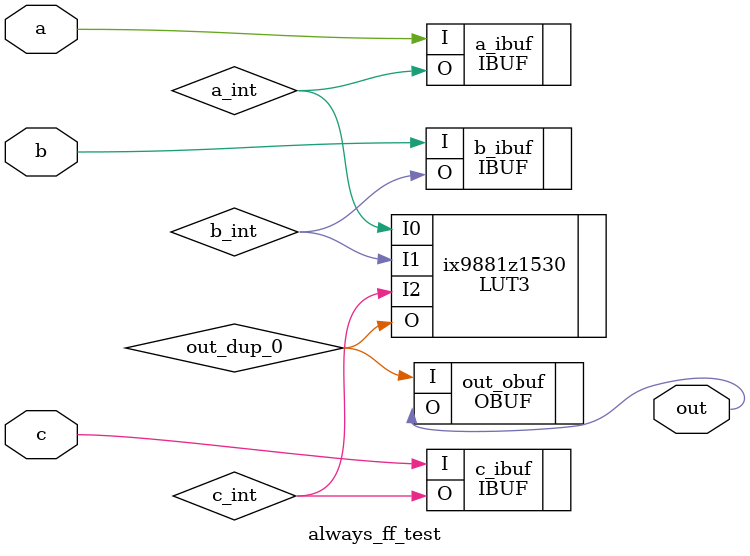
<source format=v>


module always_ff_test ( a, b, c, out ) ;

    input a ;
    input b ;
    input c ;
    output out ;

    wire a_int, b_int, c_int, out_dup_0;



    OBUF out_obuf (.O (out), .I (out_dup_0)) ;
    IBUF c_ibuf (.O (c_int), .I (c)) ;
    IBUF b_ibuf (.O (b_int), .I (b)) ;
    IBUF a_ibuf (.O (a_int), .I (a)) ;
    LUT3 ix9881z1530 (.O (out_dup_0), .I0 (a_int), .I1 (b_int), .I2 (c_int)) ;
         defparam ix9881z1530.INIT = 8'hD8;
endmodule


</source>
